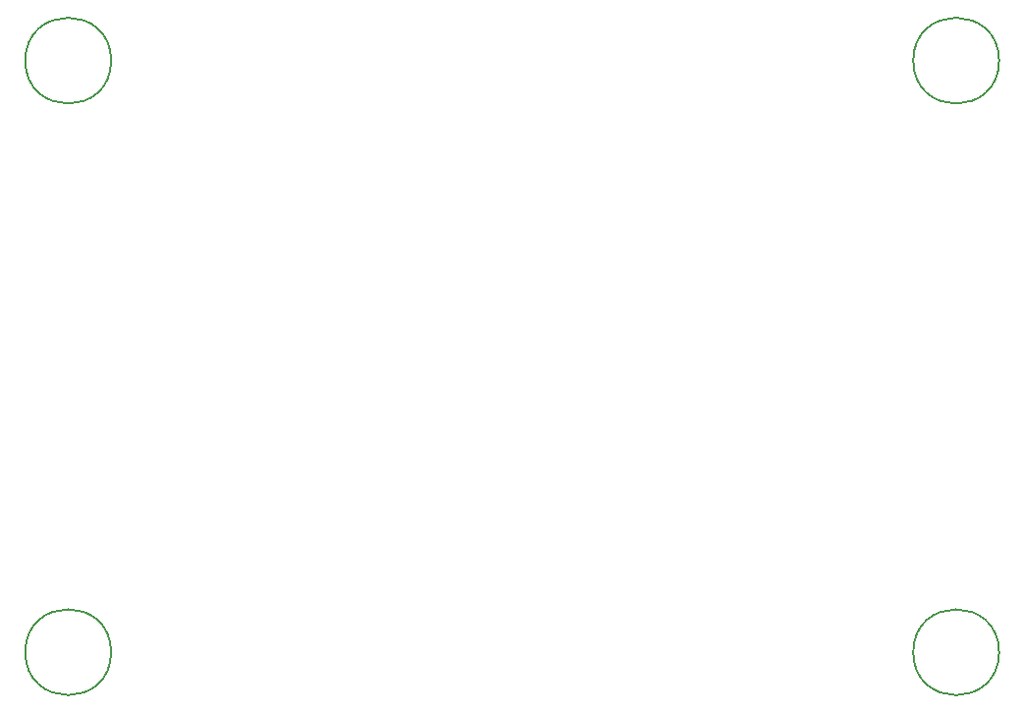
<source format=gbr>
%TF.GenerationSoftware,KiCad,Pcbnew,7.0.7*%
%TF.CreationDate,2023-09-24T21:46:29-04:00*%
%TF.ProjectId,PB_8_DMX,50425f38-5f44-44d5-982e-6b696361645f,v1*%
%TF.SameCoordinates,Original*%
%TF.FileFunction,Other,Comment*%
%FSLAX46Y46*%
G04 Gerber Fmt 4.6, Leading zero omitted, Abs format (unit mm)*
G04 Created by KiCad (PCBNEW 7.0.7) date 2023-09-24 21:46:29*
%MOMM*%
%LPD*%
G01*
G04 APERTURE LIST*
%ADD10C,0.150000*%
G04 APERTURE END LIST*
D10*
%TO.C,H4*%
X-66616200Y11885700D02*
G75*
G03*
X-66616200Y11885700I-3700000J0D01*
G01*
%TO.C,H1*%
X9883800Y62885700D02*
G75*
G03*
X9883800Y62885700I-3700000J0D01*
G01*
%TO.C,H2*%
X9883800Y11885700D02*
G75*
G03*
X9883800Y11885700I-3700000J0D01*
G01*
%TO.C,H3*%
X-66616200Y62885700D02*
G75*
G03*
X-66616200Y62885700I-3700000J0D01*
G01*
%TD*%
M02*

</source>
